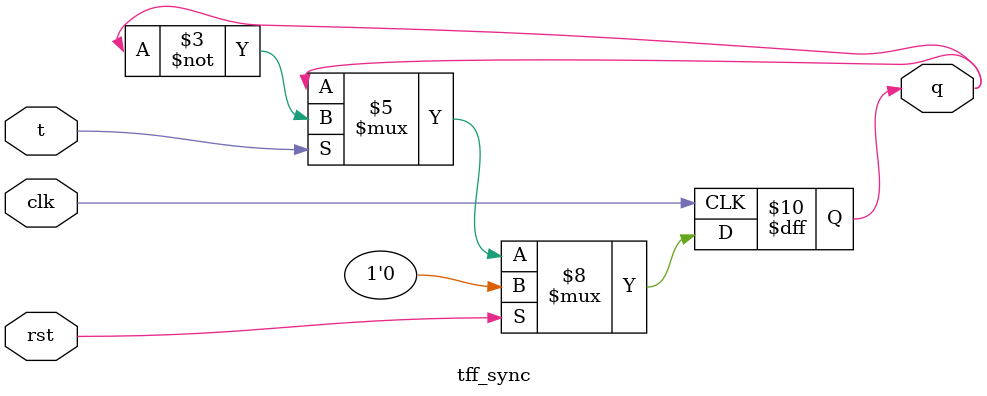
<source format=v>
module tff_sync(input clk,rst,t,output reg q);
  always @(posedge clk) begin
    if(rst) q<=0;
    else if(t==0) q<=q;
    else q<=~q;
  end
endmodule

</source>
